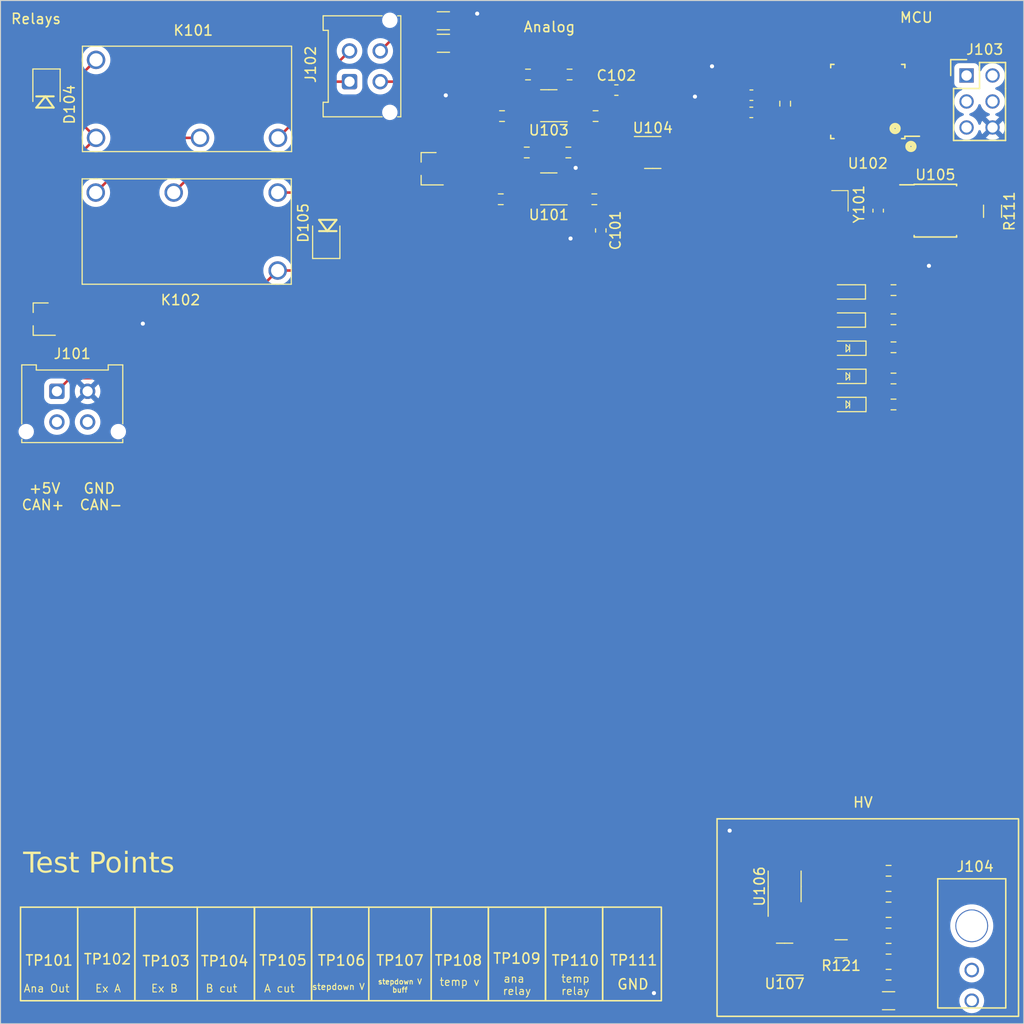
<source format=kicad_pcb>
(kicad_pcb (version 20221018) (generator pcbnew)
  (layers (0 "F.Cu" signal) (31 "B.Cu" signal) (34 "B.Paste" user) (35 "F.Paste" user) (36 "B.SilkS" user "B.Silkscreen") (37 "F.SilkS" user "F.Silkscreen") (38 "B.Mask" user) (39 "F.Mask" user) (44 "Edge.Cuts" user))
  (net 0 "")
  (net 1 "Net-(U104-+)")
  (net 2 "GND")
  (net 3 "Net-(U104--)")
  (net 4 "+5V")
  (net 5 "Net-(U102-AVCC)")
  (net 6 "Net-(D101-K)")
  (net 7 "/HV_stepdown")
  (net 8 "Net-(D102-K)")
  (net 9 "/analog_out")
  (net 10 "Net-(D103-K)")
  (net 11 "Net-(D104-A)")
  (net 12 "Net-(D105-A)")
  (net 13 "Net-(D106-K)")
  (net 14 "/shutdown_1")
  (net 15 "Net-(D107-K)")
  (net 16 "/SHUTDOWN_OUT")
  (net 17 "/CAN+")
  (net 18 "/CAN-")
  (net 19 "/SHUTDOWN_IN")
  (net 20 "/A")
  (net 21 "/B")
  (net 22 "/MISO")
  (net 23 "/SCK")
  (net 24 "/MOSI")
  (net 25 "/RESET")
  (net 26 "/v_temp")
  (net 27 "Net-(R101-Pad2)")
  (net 28 "Net-(R102-Pad1)")
  (net 29 "Net-(U101--)")
  (net 30 "Net-(R103-Pad2)")
  (net 31 "Net-(R104-Pad2)")
  (net 32 "Net-(R105-Pad1)")
  (net 33 "Net-(U103--)")
  (net 34 "Net-(R106-Pad2)")
  (net 35 "/CAN_H")
  (net 36 "/CAN_L")
  (net 37 "Net-(R112-Pad1)")
  (net 38 "/HV+")
  (net 39 "Net-(R113-Pad1)")
  (net 40 "Net-(R114-Pad1)")
  (net 41 "/HV-")
  (net 42 "Net-(R115-Pad1)")
  (net 43 "Net-(U107-+)")
  (net 44 "Net-(SW101-B)")
  (net 45 "unconnected-(U102-(PCINT9{slash}PSCIN1{slash}OC1B{slash}~{SS_A})PC1-Pad3)")
  (net 46 "/TXCAN")
  (net 47 "/RXCAN")
  (net 50 "Net-(U102-(PCINT25{slash}OC0B{slash}XTAL1)PE1)")
  (net 51 "Net-(U102-(PCINT26{slash}ADC0{slash}XTAL2)PE2)")
  (net 68 "Net-(SW102-B)")
  (net 70 "Net-(TC101--)")
  (net 72 "Net-(TC101-+)")
  (footprint "OEM:R_0603" (layer "F.Cu") (at 180.313 83.46)
    (fp_text reference "R117" hide)
    (fp_text value "R_1K" hide)
    (pad "1" smd roundrect (at -0.825 0) (size 0.8 0.95) (layers "F.Cu" "F.Paste" "F.Mask") (net 8 "Net-(D102-K)"))
    (pad "2" smd roundrect (at 0.825 0) (size 0.8 0.95) (layers "F.Cu" "F.Paste" "F.Mask") (net 2 "GND"))
  )
  (footprint "footprints:Relay_SPST_OMRON-G5Q-1A4_OEM" (layer "F.Cu") (at 102.377 59.944)
    (fp_text reference "K101" (at 9.5 -10.5 180) (layer "F.SilkS"))
    (fp_text value "G5Q-1A4-DC5" hide)
    (pad "1" thru_hole circle (at 0 0 180) (size 1.8 1.8) (drill 1.3) (layers "*.Cu" "*.Mask") (net 11 "Net-(D104-A)"))
    (pad "2" thru_hole circle (at 10.16 0 180) (size 1.8 1.8) (drill 1.3) (layers "*.Cu" "*.Mask") (net 14 "/shutdown_1"))
    (pad "3" thru_hole circle (at 17.78 0 180) (size 1.8 1.8) (drill 1.3) (layers "*.Cu" "*.Mask") (net 19 "/SHUTDOWN_IN"))
    (pad "5" thru_hole circle (at 0 -7.62 180) (size 1.8 1.8) (drill 1.3) (layers "*.Cu" "*.Mask") (net 4 "+5V"))
  )
  (footprint "footprints:C_0603_1608Metric" (layer "F.Cu") (at 153.229 55.276)
    (fp_text reference "C102" (at 0 -1.43) (layer "F.SilkS"))
    (fp_text value "C_4.7uF")
    (pad "1" smd roundrect (at -0.7875 0) (size 0.875 0.95) (layers "F.Cu" "F.Paste" "F.Mask") (net 3 "Net-(U104--)"))
    (pad "2" smd roundrect (at 0.7875 0) (size 0.875 0.95) (layers "F.Cu" "F.Paste" "F.Mask") (net 2 "GND"))
  )
  (footprint "footprints:SOIC-8_3.9x4.9mm_Pitch1.27mm_OEM" (layer "F.Cu") (at 184.404 67.056)
    (fp_text reference "U105" (at 0 -3.5) (layer "F.SilkS"))
    (fp_text value "MCP2561-E_SN" hide)
    (pad "1" smd rect (at -2.7 -1.905) (size 1.55 0.6) (layers "F.Cu" "F.Paste" "F.Mask") (net 46 "/TXCAN"))
    (pad "2" smd rect (at -2.7 -0.635) (size 1.55 0.6) (layers "F.Cu" "F.Paste" "F.Mask") (net 2 "GND"))
    (pad "3" smd rect (at -2.7 0.635) (size 1.55 0.6) (layers "F.Cu" "F.Paste" "F.Mask") (net 4 "+5V"))
    (pad "4" smd rect (at -2.7 1.905) (size 1.55 0.6) (layers "F.Cu" "F.Paste" "F.Mask") (net 47 "/RXCAN"))
    (pad "5" smd rect (at 2.7 1.905) (size 1.55 0.6) (layers "F.Cu" "F.Paste" "F.Mask"))
    (pad "6" smd rect (at 2.7 0.635) (size 1.55 0.6) (layers "F.Cu" "F.Paste" "F.Mask") (net 36 "/CAN_L"))
    (pad "7" smd rect (at 2.7 -0.635) (size 1.55 0.6) (layers "F.Cu" "F.Paste" "F.Mask") (net 35 "/CAN_H"))
    (pad "8" smd rect (at 2.7 -1.905) (size 1.55 0.6) (layers "F.Cu" "F.Paste" "F.Mask") (net 2 "GND"))
  )
  (footprint "footprints:TQFP-32_7x7mm_Pitch0.8mm" (layer "F.Cu") (at 177.8 56.388 180)
    (fp_text reference "U102" (at 0 -6.05) (layer "F.SilkS"))
    (fp_text value "ATMEGA16M1" hide)
    (pad "1" smd rect (at -4.25 -2.8 180) (size 1.6 0.55) (layers "F.Cu" "F.Paste" "F.Mask") (net 22 "/MISO"))
    (pad "2" smd rect (at -4.25 -2 180) (size 1.6 0.55) (layers "F.Cu" "F.Paste" "F.Mask") (net 24 "/MOSI"))
    (pad "3" smd rect (at -4.25 -1.2 180) (size 1.6 0.55) (layers "F.Cu" "F.Paste" "F.Mask") (net 45 "unconnected-(U102-(PCINT9{slash}PSCIN1{slash}OC1B{slash}~{SS_A})PC1-Pad3)"))
    (pad "4" smd rect (at -4.25 -0.4 180) (size 1.6 0.55) (layers "F.Cu" "F.Paste" "F.Mask") (net 4 "+5V"))
    (pad "5" smd rect (at -4.25 0.4 180) (size 1.6 0.55) (layers "F.Cu" "F.Paste" "F.Mask") (net 2 "GND"))
    (pad "6" smd rect (at -4.25 1.2 180) (size 1.6 0.55) (layers "F.Cu" "F.Paste" "F.Mask") (net 46 "/TXCAN"))
    (pad "7" smd rect (at -4.25 2 180) (size 1.6 0.55) (layers "F.Cu" "F.Paste" "F.Mask") (net 47 "/RXCAN"))
    (pad "8" smd rect (at -4.25 2.8 180) (size 1.6 0.55) (layers "F.Cu" "F.Paste" "F.Mask"))
    (pad "9" smd rect (at -2.8 4.25 270) (size 1.6 0.55) (layers "F.Cu" "F.Paste" "F.Mask"))
    (pad "10" smd rect (at -2 4.25 270) (size 1.6 0.55) (layers "F.Cu" "F.Paste" "F.Mask") (net 50 "Net-(U102-(PCINT25{slash}OC0B{slash}XTAL1)PE1)"))
    (pad "11" smd rect (at -1.2 4.25 270) (size 1.6 0.55) (layers "F.Cu" "F.Paste" "F.Mask") (net 51 "Net-(U102-(PCINT26{slash}ADC0{slash}XTAL2)PE2)"))
    (pad "12" smd rect (at -0.4 4.25 270) (size 1.6 0.55) (layers "F.Cu" "F.Paste" "F.Mask") (net 23 "/SCK"))
    (pad "13" smd rect (at 0.4 4.25 270) (size 1.6 0.55) (layers "F.Cu" "F.Paste" "F.Mask"))
    (pad "14" smd rect (at 1.2 4.25 270) (size 1.6 0.55) (layers "F.Cu" "F.Paste" "F.Mask"))
    (pad "15" smd rect (at 2 4.25 270) (size 1.6 0.55) (layers "F.Cu" "F.Paste" "F.Mask"))
    (pad "16" smd rect (at 2.8 4.25 270) (size 1.6 0.55) (layers "F.Cu" "F.Paste" "F.Mask"))
    (pad "17" smd rect (at 4.25 2.8 180) (size 1.6 0.55) (layers "F.Cu" "F.Paste" "F.Mask") (net 7 "/HV_stepdown"))
    (pad "18" smd rect (at 4.25 2 180) (size 1.6 0.55) (layers "F.Cu" "F.Paste" "F.Mask") (net 26 "/v_temp"))
    (pad "19" smd rect (at 4.25 1.2 180) (size 1.6 0.55) (layers "F.Cu" "F.Paste" "F.Mask") (net 5 "Net-(U102-AVCC)"))
    (pad "20" smd rect (at 4.25 0.4 180) (size 1.6 0.55) (layers "F.Cu" "F.Paste" "F.Mask") (net 2 "GND"))
    (pad "21" smd rect (at 4.25 -0.4 180) (size 1.6 0.55) (layers "F.Cu" "F.Paste" "F.Mask"))
    (pad "22" smd rect (at 4.25 -1.2 180) (size 1.6 0.55) (layers "F.Cu" "F.Paste" "F.Mask"))
    (pad "23" smd rect (at 4.25 -2 180) (size 1.6 0.55) (layers "F.Cu" "F.Paste" "F.Mask"))
    (pad "24" smd rect (at 4.25 -2.8 180) (size 1.6 0.55) (layers "F.Cu" "F.Paste" "F.Mask"))
    (pad "25" smd rect (at 2.8 -4.25 270) (size 1.6 0.55) (layers "F.Cu" "F.Paste" "F.Mask"))
    (pad "26" smd rect (at 2 -4.25 270) (size 1.6 0.55) (layers "F.Cu" "F.Paste" "F.Mask"))
    (pad "27" smd rect (at 1.2 -4.25 270) (size 1.6 0.55) (layers "F.Cu" "F.Paste" "F.Mask"))
    (pad "28" smd rect (at 0.4 -4.25 270) (size 1.6 0.55) (layers "F.Cu" "F.Paste" "F.Mask"))
    (pad "29" smd rect (at -0.4 -4.25 270) (size 1.6 0.55) (layers "F.Cu" "F.Paste" "F.Mask"))
    (pad "30" smd rect (at -1.2 -4.25 270) (size 1.6 0.55) (layers "F.Cu" "F.Paste" "F.Mask"))
    (pad "31" smd rect (at -2 -4.25 270) (size 1.6 0.55) (layers "F.Cu" "F.Paste" "F.Mask"))
    (pad "32" smd rect (at -2.8 -4.25 270) (size 1.6 0.55) (layers "F.Cu" "F.Paste" "F.Mask"))
  )
  (footprint "footprints:LED_0805_OEM" (layer "F.Cu") (at 175.825 86 180)
    (fp_text reference "D101" hide)
    (fp_text value "LED_0805" hide)
    (pad "1" smd rect (at -1.1 0) (size 1.2 1.2) (layers "F.Cu" "F.Paste" "F.Mask") (net 6 "Net-(D101-K)"))
    (pad "2" smd rect (at 1.1 0) (size 1.2 1.2) (layers "F.Cu" "F.Paste" "F.Mask") (net 4 "+5V"))
  )
  (footprint "OEM:C_0603" (layer "F.Cu") (at 178.816 67.056 90)
    (fp_text reference "C107" hide)
    (fp_text value "C_0.1uF" hide)
    (pad "1" smd roundrect (at -0.775 0 90) (size 0.9 0.95) (layers "F.Cu" "F.Paste" "F.Mask") (net 4 "+5V"))
    (pad "2" smd roundrect (at 0.775 0 90) (size 0.9 0.95) (layers "F.Cu" "F.Paste" "F.Mask") (net 2 "GND"))
  )
  (footprint "footprints:MicroFit_VT_4" (layer "F.Cu") (at 127.15 54.45 90)
    (fp_text reference "J102" (at 1.685 -3.8 90) (layer "F.SilkS"))
    (fp_text value "MicroFit_VT_4" hide)
    (pad "" np_thru_hole circle (at -3 3.94 90) (size 1 1) (drill 1) (layers "*.Cu" "*.Mask"))
    (pad "" np_thru_hole circle (at 6 3.94 90) (size 1 1) (drill 1) (layers "*.Cu" "*.Mask"))
    (pad "1" thru_hole roundrect (at 0 0 90) (size 1.5 1.5) (drill 1) (layers "*.Cu" "*.Mask") (roundrect_rratio 0.166667) (net 19 "/SHUTDOWN_IN"))
    (pad "2" thru_hole circle (at 3 0 90) (size 1.5 1.5) (drill 1) (layers "*.Cu" "*.Mask") (net 16 "/SHUTDOWN_OUT"))
    (pad "3" thru_hole circle (at 0 3 90) (size 1.5 1.5) (drill 1) (layers "*.Cu" "*.Mask") (net 20 "/A"))
    (pad "4" thru_hole circle (at 3 3 90) (size 1.5 1.5) (drill 1) (layers "*.Cu" "*.Mask") (net 21 "/B"))
  )
  (footprint "footprints:R_0805_OEM" (layer "F.Cu") (at 189.992 67.117 -90)
    (fp_text reference "R111" (at 0 -1.65 90) (layer "F.SilkS"))
    (fp_text value "R_120_DNP" hide)
    (pad "1" smd rect (at -0.95 0 270) (size 0.7 1.3) (layers "F.Cu" "F.Paste" "F.Mask") (net 35 "/CAN_H"))
    (pad "2" smd rect (at 0.95 0 270) (size 0.7 1.3) (layers "F.Cu" "F.Paste" "F.Mask") (net 36 "/CAN_L"))
  )
  (footprint "OEM:R_0603" (layer "F.Cu") (at 144.4715 61.372 180)
    (fp_text reference "R102" hide)
    (fp_text value "R_1K" hide)
    (pad "1" smd roundrect (at -0.825 0 180) (size 0.8 0.95) (layers "F.Cu" "F.Paste" "F.Mask") (net 28 "Net-(R102-Pad1)"))
    (pad "2" smd roundrect (at 0.825 0 180) (size 0.8 0.95) (layers "F.Cu" "F.Paste" "F.Mask") (net 29 "Net-(U101--)"))
  )
  (footprint "OEM:R_0603" (layer "F.Cu") (at 144.593 53.752 180)
    (fp_text reference "R105" hide)
    (fp_text value "R_1K" hide)
    (pad "1" smd roundrect (at -0.825 0 180) (size 0.8 0.95) (layers "F.Cu" "F.Paste" "F.Mask") (net 32 "Net-(R105-Pad1)"))
    (pad "2" smd roundrect (at 0.825 0 180) (size 0.8 0.95) (layers "F.Cu" "F.Paste" "F.Mask") (net 33 "Net-(U103--)"))
  )
  (footprint "OEM:SOT-23F" (layer "F.Cu") (at 134.907 62.962 180)
    (fp_text reference "Q102" hide)
    (fp_text value "SSM3K333R" hide)
    (pad "1" smd roundrect (at -1.05 -0.95 180) (size 0.9 0.8) (layers "F.Cu" "F.Paste" "F.Mask") (roundrect_rratio 0.125) (net 26 "/v_temp"))
    (pad "2" smd roundrect (at -1.05 0.95 180) (size 0.9 0.8) (layers "F.Cu" "F.Paste" "F.Mask") (roundrect_rratio 0.125) (net 2 "GND"))
    (pad "3" smd roundrect (at 1.05 0 180) (size 0.9 0.8) (layers "F.Cu" "F.Paste" "F.Mask") (roundrect_rratio 0.125) (net 12 "Net-(D105-A)"))
  )
  (footprint "footprints:MicroFit_RA_V_2" (layer "F.Cu") (at 187.96 136.952)
    (fp_text reference "J104" (at 0.3302 -5.7912) (layer "F.SilkS"))
    (fp_text value "MicroFit_RA_V_2")
    (pad "" thru_hole circle (at 0 0) (size 3.2 3.2) (drill 3) (layers "*.Cu" "*.Mask"))
    (pad "1" thru_hole circle (at 0 4.32) (size 1.42 1.42) (drill 1.02) (layers "*.Cu" "*.Mask") (net 38 "/HV+"))
    (pad "2" thru_hole circle (at 0 7.32) (size 1.42 1.42) (drill 1.02) (layers "*.Cu" "*.Mask") (net 41 "/HV-"))
  )
  (footprint "OEM:R_0603" (layer "F.Cu") (at 180.313 80.412)
    (fp_text reference "R118" hide)
    (fp_text value "R_1K" hide)
    (pad "1" smd roundrect (at -0.825 0) (size 0.8 0.95) (layers "F.Cu" "F.Paste" "F.Mask") (net 10 "Net-(D103-K)"))
    (pad "2" smd roundrect (at 0.825 0) (size 0.8 0.95) (layers "F.Cu" "F.Paste" "F.Mask") (net 2 "GND"))
  )
  (footprint "Package_TO_SOT_SMD:SOT-23-5" (layer "F.Cu") (at 156.785 61.372)
    (fp_text reference "U104" (at 0 -2.4) (layer "F.SilkS"))
    (fp_text value "LM397")
    (pad "1" smd roundrect (at -1.1375 -0.95) (size 1.325 0.6) (layers "F.Cu" "F.Paste" "F.Mask") (net 3 "Net-(U104--)"))
    (pad "2" smd roundrect (at -1.1375 0) (size 1.325 0.6) (layers "F.Cu" "F.Paste" "F.Mask") (net 2 "GND"))
    (pad "3" smd roundrect (at -1.1375 0.95) (size 1.325 0.6) (layers "F.Cu" "F.Paste" "F.Mask") (net 1 "Net-(U104-+)"))
    (pad "4" smd roundrect (at 1.1375 0.95) (size 1.325 0.6) (layers "F.Cu" "F.Paste" "F.Mask") (net 9 "/analog_out"))
    (pad "5" smd roundrect (at 1.1375 -0.95) (size 1.325 0.6) (layers "F.Cu" "F.Paste" "F.Mask") (net 4 "+5V"))
  )
  (footprint "Package_SO:MSOP-8_3x3mm_P0.65mm" (layer "F.Cu") (at 169.672 133.096 90)
    (fp_text reference "U106" (at 0 -2.45 90) (layer "F.SilkS"))
    (fp_text value "AD8494")
    (pad "1" smd roundrect (at -2.1125 -0.975 90) (size 1.625 0.4) (layers "F.Cu" "F.Paste" "F.Mask") (net 70 "Net-(TC101--)"))
    (pad "2" smd roundrect (at -2.1125 -0.325 90) (size 1.625 0.4) (layers "F.Cu" "F.Paste" "F.Mask") (net 2 "GND"))
    (pad "3" smd roundrect (at -2.1125 0.325 90) (size 1.625 0.4) (layers "F.Cu" "F.Paste" "F.Mask") (net 2 "GND"))
    (pad "4" smd roundrect (at -2.1125 0.975 90) (size 1.625 0.4) (layers "F.Cu" "F.Paste" "F.Mask"))
    (pad "5" smd roundrect (at 2.1125 0.975 90) (size 1.625 0.4) (layers "F.Cu" "F.Paste" "F.Mask") (net 26 "/v_temp"))
    (pad "6" smd roundrect (at 2.1125 0.325 90) (size 1.625 0.4) (layers "F.Cu" "F.Paste" "F.Mask") (net 26 "/v_temp"))
    (pad "7" smd roundrect (at 2.1125 -0.325 90) (size 1.625 0.4) (layers "F.Cu" "F.Paste" "F.Mask") (net 4 "+5V"))
    (pad "8" smd roundrect (at 2.1125 -0.975 90) (size 1.625 0.4) (layers "F.Cu" "F.Paste" "F.Mask") (net 72 "Net-(TC101-+)"))
  )
  (footprint "footprints:DO-214AA" (layer "F.Cu") (at 97.536 56.388 -90)
    (fp_text reference "D104" (at 0.3 -2.25 90) (layer "F.SilkS"))
    (fp_text value "SMBJ5355B-TP" hide)
    (pad "1" smd rect (at -2.032 0 90) (size 1.778 2.159) (layers "F.Cu" "F.Paste" "F.Mask") (net 4 "+5V"))
    (pad "2" smd rect (at 2.032 0 90) (size 1.778 2.159) (layers "F.Cu" "F.Paste" "F.Mask") (net 11 "Net-(D104-A)"))
  )
  (footprint "footprints:Test_Point_SMD" (layer "F.Cu") (at 114.935 137.86)
    (fp_text reference "TP104" (at 0 2.54) (layer "F.SilkS"))
    (fp_text value "TP_SMD")
    (pad "1" smd rect (at 0 0) (size 4.5 3) (layers "F.Cu" "F.Paste" "F.Mask") (net 3 "Net-(U104--)"))
  )
  (footprint "footprints:Test_Point_SMD" (layer "F.Cu") (at 103.505 137.67)
    (fp_text reference "TP102" (at 0 2.54) (layer "F.SilkS"))
    (fp_text value "TP_SMD")
    (pad "1" smd rect (at 0 0) (size 4.5 3) (layers "F.Cu" "F.Paste" "F.Mask") (net 20 "/A"))
  )
  (footprint "OEM:R_0603" (layer "F.Cu") (at 148.5355 61.372)
    (fp_text reference "R103" hide)
    (fp_text value "R_1K" hide)
    (pad "1" smd roundrect (at -0.825 0) (size 0.8 0.95) (layers "F.Cu" "F.Paste" "F.Mask") (net 28 "Net-(R102-Pad1)"))
    (pad "2" smd roundrect (at 0.825 0) (size 0.8 0.95) (layers "F.Cu" "F.Paste" "F.Mask") (net 30 "Net-(R103-Pad2)"))
  )
  (footprint "footprints:Test_Point_SMD" (layer "F.Cu") (at 132.08 137.795)
    (fp_text reference "TP107" (at 0 2.54) (layer "F.SilkS"))
    (fp_text value "TP_SMD")
    (pad "1" smd rect (at 0 0) (size 4.5 3) (layers "F.Cu" "F.Paste" "F.Mask") (net 7 "/HV_stepdown"))
  )
  (footprint "footprints:LED_0805_OEM" (layer "F.Cu") (at 175.825 80.5 180)
    (fp_text reference "D103" hide)
    (fp_text value "LED_0805" hide)
    (pad "1" smd rect (at -1.1 0) (size 1.2 1.2) (layers "F.Cu" "F.Paste" "F.Mask") (net 10 "Net-(D103-K)"))
    (pad "2" smd rect (at 1.1 0) (size 1.2 1.2) (layers "F.Cu" "F.Paste" "F.Mask") (net 9 "/analog_out"))
  )
  (footprint "footprints:Test_Point_SMD" (layer "F.Cu") (at 149.225 137.795)
    (fp_text reference "TP110" (at 0 2.54) (layer "F.SilkS"))
    (fp_text value "BSPD")
    (pad "1" smd rect (at 0 0) (size 4.5 3) (layers "F.Cu" "F.Paste" "F.Mask") (net 26 "/v_temp"))
  )
  (footprint "OEM:R_0603" (layer "F.Cu") (at 141.9315 65.944 180)
    (fp_text reference "R101" hide)
    (fp_text value "R_1K" hide)
    (pad "1" smd roundrect (at -0.825 0 180) (size 0.8 0.95) (layers "F.Cu" "F.Paste" "F.Mask") (net 4 "+5V"))
    (pad "2" smd roundrect (at 0.825 0 180) (size 0.8 0.95) (layers "F.Cu" "F.Paste" "F.Mask") (net 27 "Net-(R101-Pad2)"))
  )
  (footprint "OEM:R_0603" (layer "F.Cu") (at 180.313 77.676)
    (fp_text reference "R123" hide)
    (fp_text value "R_1K" hide)
    (pad "1" smd roundrect (at -0.825 0) (size 0.8 0.95) (layers "F.Cu" "F.Paste" "F.Mask") (net 13 "Net-(D106-K)"))
    (pad "2" smd roundrect (at 0.825 0) (size 0.8 0.95) (layers "F.Cu" "F.Paste" "F.Mask") (net 2 "GND"))
  )
  (footprint "footprints:C_0603_1608Metric" (layer "F.Cu") (at 151.705 68.992 -90)
    (fp_text reference "C101" (at 0 -1.43 90) (layer "F.SilkS"))
    (fp_text value "C_4.7uF")
    (pad "1" smd roundrect (at -0.7875 0 270) (size 0.875 0.95) (layers "F.Cu" "F.Paste" "F.Mask") (net 1 "Net-(U104-+)"))
    (pad "2" smd roundrect (at 0.7875 0 270) (size 0.875 0.95) (layers "F.Cu" "F.Paste" "F.Mask") (net 2 "GND"))
  )
  (footprint "footprints:Pin_Header_Straight_2x03" (layer "F.Cu") (at 187.452 53.848)
    (fp_text reference "J103" (at 1.778 -2.54) (layer "F.SilkS"))
    (fp_text value "CONN_02X03" hide)
    (pad "1" thru_hole rect (at 0 0) (size 1.4 1.4) (drill 1.016) (layers "*.Cu" "*.Mask") (net 22 "/MISO"))
    (pad "2" thru_hole circle (at 2.54 0) (size 1.4 1.4) (drill 1.016) (layers "*.Cu" "*.Mask") (net 4 "+5V"))
    (pad "3" thru_hole circle (at 0 2.54) (size 1.4 1.4) (drill 1.016) (layers "*.Cu" "*.Mask") (net 23 "/SCK"))
    (pad "4" thru_hole circle (at 2.54 2.54) (size 1.4 1.4) (drill 1.016) (layers "*.Cu" "*.Mask") (net 24 "/MOSI"))
    (pad "5" thru_hole circle (at 0 5.08) (size 1.4 1.4) (drill 1.016) (layers "*.Cu" "*.Mask") (net 25 "/RESET"))
    (pad "6" thru_hole circle (at 2.54 5.08) (size 1.4 1.4) (drill 1.016) (layers "*.Cu" "*.Mask") (net 2 "GND"))
  )
  (footprint "OEM:SOT-23-5" (layer "F.Cu") (at 169.672 140.208 180)
    (fp_text reference "U107" (at 0 -2.4) (layer "F.SilkS"))
    (fp_text value "OpAmp" hide)
    (pad "1" smd roundrect (at -1.1375 -0.95 180) (size 1.325 0.6) (layers "F.Cu" "F.Paste" "F.Mask") (net 7 "/HV_stepdown"))
    (pad "2" smd roundrect (at -1.1375 0 180) (size 1.325 0.6) (layers "F.Cu" "F.Paste" "F.Mask") (net 2 "GND"))
    (pad "3" smd roundrect (at -1.1375 0.95 180) (size 1.325 0.6) (layers "F.Cu" "F.Paste" "F.Mask") (net 43 "Net-(U107-+)"))
    (pad "4" smd roundrect (at 1.1375 0.95 180) (size 1.325 0.6) (layers "F.Cu" "F.Paste" "F.Mask") (net 7 "/HV_stepdown"))
    (pad "5" smd roundrect (at 1.1375 -0.95 180) (size 1.325 0.6) (layers "F.Cu" "F.Paste" "F.Mask") (net 4 "+5V"))
  )
  (footprint "OEM:C_0603" (layer "F.Cu") (at 166.425 55.775 180)
    (fp_text reference "C104" hide)
    (fp_text value "C_100pF" hide)
    (pad "1" smd roundrect (at -0.775 0 180) (size 0.9 0.95) (layers "F.Cu" "F.Paste" "F.Mask") (net 5 "Net-(U102-AVCC)"))
    (pad "2" smd roundrect (at 0.775 0 180) (size 0.9 0.95) (layers "F.Cu" "F.Paste" "F.Mask") (net 2 "GND"))
  )
  (footprint "OEM:SOT-23-5" (layer "F.Cu") (at 146.625 64.928 180)
    (fp_text reference "U101" (at 0 -2.54) (layer "F.SilkS"))
    (fp_text value "OpAmp" hide)
    (pad "1" smd roundrect (at -1.1375 -0.95 180) (size 1.325 0.6) (layers "F.Cu" "F.Paste" "F.Mask") (net 30 "Net-(R103-Pad2)"))
    (pad "2" smd roundrect (at -1.1375 0 180) (size 1.325 0.6) (layers "F.Cu" "F.Paste" "F.Mask") (net 2 "GND"))
    (pad "3" smd roundrect (at -1.1375 0.95 180) (size 1.325 0.6) (layers "F.Cu" "F.Paste" "F.Mask") (net 44 "Net-(SW101-B)"))
    (pad "4" smd roundrect (at 1.1375 0.95 180) (size 1.325 0.6) (layers "F.Cu" "F.Paste" "F.Mask") (net 29 "Net-(U101--)"))
    (pad "5" smd roundrect (at 1.1375 -0.95 180) (size 1.325 0.6) (layers "F.Cu" "F.Paste" "F.Mask") (net 4 "+5V"))
  )
  (footprint "footprints:Crystal_SMD_FA238" (layer "F.Cu") (at 174.275 67.1 -90)
    (fp_text reference "Y101" (at -0.67564 -2.66192 -270) (layer "F.SilkS"))
    (fp_text value "Crystal_16MHz_18pF" hide)
    (pad "1" smd rect (at -1.1 0.8 270) (size 1.4 1.2) (layers "F.Cu" "F.Mask") (net 51 "Net-(U102-(PCINT26{slash}ADC0{slash}XTAL2)PE2)"))
    (pad "2" smd rect (at 1.1 0.8 270) (size 1.4 1.2) (layers "F.Cu" "F.Mask") (net 2 "GND"))
    (pad "3" smd rect (at 1.1 -0.8 270) (size 1.4 1.2) (layers "F.Cu" "F.Mask") (net 50 "Net-(U102-(PCINT25{slash}OC0B{slash}XTAL1)PE1)"))
    (pad "4" smd rect (at -1.1 -0.8 270) (size 1.4 1.2) (layers "F.Cu" "F.Mask") (net 2 "GND"))
  )
  (footprint "footprints:R_0805_OEM" (layer "F.Cu") (at 136.318 48.5)
    (fp_text reference "R120" hide)
    (fp_text value "R_1M" hide)
    (pad "1" smd rect (at -0.95 0) (size 0.7 1.3) (layers "F.Cu" "F.Paste" "F.Mask") (net 21 "/B"))
    (pad "2" smd rect (at 0.95 0) (size 0.7 1.3) (layers "F.Cu" "F.Paste" "F.Mask") (net 2 "GND"))
  )
  (footprint "OEM:CHIPLED_0805" (layer "F.Cu") (at 175.825 75 180)
    (fp_text reference "D107" hide)
    (fp_text value "LED_BLUE" hide)
    (pad "1" smd rect (at -1.05 0) (size 1.2 1.2) (layers "F.Cu" "F.Paste" "F.Mask") (net 15 "Net-(D107-K)"))
    (pad "2" smd rect (at 1.05 0) (size 1.2 1.2) (layers "F.Cu" "F.Paste" "F.Mask") (net 16 "/SHUTDOWN_OUT"))
  )
  (footprint "OEM:R_0603" (layer "F.Cu") (at 142.053 57.816 180)
    (fp_text reference "R104" hide)
    (fp_text value "R_1K" hide)
    (pad "1" smd roundrect (at -0.825 0 180) (size 0.8 0.95) (layers "F.Cu" "F.Paste" "F.Mask") (net 4 "+5V"))
    (pad "2" smd roundrect (at 0.825 0 180) (size 0.8 0.95) (layers "F.Cu" "F.Paste" "F.Mask") (net 31 "Net-(R104-Pad2)"))
  )
  (footprint "footprints:Test_Point_SMD" (layer "F.Cu") (at 120.65 137.795)
    (fp_text reference "TP105" (at 0 2.54) (layer "F.SilkS"))
    (fp_text value "TP_SMD")
    (pad "1" smd rect (at 0 0) (size 4.5 3) (layers "F.Cu" "F.Paste" "F.Mask") (net 1 "Net-(U104-+)"))
  )
  (footprint "footprints:R_0805_OEM" (layer "F.Cu") (at 136.325 50.7)
    (fp_text reference "R119" hide)
    (fp_text value "R_1M" hide)
    (pad "1" smd rect (at -0.95 0) (size 0.7 1.3) (layers "F.Cu" "F.Paste" "F.Mask") (net 20 "/A"))
    (pad "2" smd rect (at 0.95 0) (size 0.7 1.3) (layers "F.Cu" "F.Paste" "F.Mask") (net 2 "GND"))
  )
  (footprint "OEM:R_0603" (layer "F.Cu") (at 151.197 57.816 180)
    (fp_text reference "R108" hide)
    (fp_text value "R_1K" hide)
    (pad "1" smd roundrect (at -0.825 0 180) (size 0.8 0.95) (layers "F.Cu" "F.Paste" "F.Mask") (net 3 "Net-(U104--)"))
    (pad "2" smd roundrect (at 0.825 0 180) (size 0.8 0.95) (layers "F.Cu" "F.Paste" "F.Mask") (net 34 "Net-(R106-Pad2)"))
  )
  (footprint "footprints:Test_Point_SMD" (layer "F.Cu") (at 154.925 137.775)
    (fp_text reference "TP111" (at 0 2.54) (layer "F.SilkS"))
    (fp_text value "TP_SMD")
    (pad "1" smd rect (at 0 0) (size 4.5 3) (layers "F.Cu" "F.Paste" "F.Mask") (net 2 "GND"))
  )
  (footprint "OEM:R_0603" (layer "F.Cu") (at 180.313 74.824)
    (fp_text reference "R124" hide)
    (fp_text value "R_1K" hide)
    (pad "1" smd roundrect (at -0.825 0) (size 0.8 0.95) (layers "F.Cu" "F.Paste" "F.Mask") (net 15 "Net-(D107-K)"))
    (pad "2" smd roundrect (at 0.825 0) (size 0.8 0.95) (layers "F.Cu" "F.Paste" "F.Mask") (net 2 "GND"))
  )
  (footprint "OEM:R_0603" (layer "F.Cu") (at 179.832 131.572)
    (fp_text reference "R112" hide)
    (fp_text value "R_270K" hide)
    (pad "1" smd roundrect (at -0.825 0) (size 0.8 0.95) (layers "F.Cu" "F.Paste" "F.Mask") (net 37 "Net-(R112-Pad1)"))
    (pad "2" smd roundrect (at 0.825 0) (size 0.8 0.95) (layers "F.Cu" "F.Paste" "F.Mask") (net 38 "/HV+"))
  )
  (footprint "footprints:LED_0805_OEM" (layer "F.Cu") (at 175.825 83.25 180)
    (fp_text reference "D102" hide)
    (fp_text value "LED_0805" hide)
    (pad "1" smd rect (at -1.1 0) (size 1.2 1.2) (layers "F.Cu" "F.Paste" "F.Mask") (net 8 "Net-(D102-K)"))
    (pad "2" smd rect (at 1.1 0) (size 1.2 1.2) (layers "F.Cu" "F.Paste" "F.Mask") (net 7 "/HV_stepdown"))
  )
  (footprint "OEM:C_0603" (layer "F.Cu") (at 166.415 57.453 180)
    (fp_text reference "C103" hide)
    (fp_text value "C_0.1uF" hide)
    (pad "1" smd roundrect (at -0.775 0 180) (size 0.9 0.95) (layers "F.Cu" "F.Paste" "F.Mask") (net 4 "+5V"))
    (pad "2" smd roundrect (at 0.775 0 180) (size 0.9 0.95) (layers "F.Cu" "F.Paste" "F.Mask") (net 2 "GND"))
  )
  (footprint "footprints:Test_Point_SMD" (layer "F.Cu") (at 97.79 137.795)
    (fp_text reference "TP101" (at 0 2.54) (layer "F.SilkS"))
    (fp_text value "TP_SMD")
    (pad "1" smd rect (at 0 0) (size 4.5 3) (layers "F.Cu" "F.Paste" "F.Mask") (net 9 "/analog_out"))
  )
  (footprint "OEM:CHIPLED_0805" (layer "F.Cu") (at 175.825 77.75 180)
    (fp_text reference "D106" hide)
    (fp_text value "LED_BLUE" hide)
    (pad "1" smd rect (at -1.05 0) (size 1.2 1.2) (layers "F.Cu" "F.Paste" "F.Mask") (net 13 "Net-(D106-K)"))
    (pad "2" smd rect (at 1.05 0) (size 1.2 1.2) (layers "F.Cu" "F.Paste" "F.Mask") (net 14 "/shutdown_1"))
  )
  (footprint "OEM:R_0603" (layer "F.Cu") (at 148.657 53.752)
    (fp_text reference "R106" hide)
    (fp_text value "R_1K" hide)
    (pad "1" smd roundrect (at -0.825 0) (size 0.8 0.95) (layers "F.Cu" "F.Paste" "F.Mask") (net 32 "Net-(R105-Pad1)"))
    (pad "2" smd roundrect (at 0.825 0) (size 0.8 0.95) (layers "F.Cu" "F.Paste" "F.Mask") (net 34 "Net-(R106-Pad2)"))
  )
  (footprint "footprints:Test_Point_SMD" (layer "F.Cu") (at 109.22 137.86)
    (fp_text reference "TP103" (at 0 2.54) (layer "F.SilkS"))
    (fp_text value "TP_SMD")
    (pad "1" smd rect (at 0 0) (size 4.5 3) (layers "F.Cu" "F.Paste" "F.Mask") (net 21 "/B"))
  )
  (footprint "footprints:Test_Point_SMD" (layer "F.Cu") (at 143.51 137.605)
    (fp_text reference "TP109" (at 0 2.54) (layer "F.SilkS"))
    (fp_text value "BSPD")
    (pad "1" smd rect (at 0 0) (size 4.5 3) (layers "F.Cu" "F.Paste" "F.Mask") (net 9 "/analog_out"))
  )
  (footprint "OEM:R_0603" (layer "F.Cu") (at 179.832 139.192)
    (fp_text reference "R116" hide)
    (fp_text value "R_270K" hide)
    (pad "1" smd roundrect (at -0.825 0) (size 0.8 0.95) (layers "F.Cu" "F.Paste" "F.Mask") (net 40 "Net-(R114-Pad1)"))
    (pad "2" smd roundrect (at 0.825 0) (size 0.8 0.95) (layers "F.Cu" "F.Paste" "F.Mask") (net 42 "Net-(R115-Pad1)"))
  )
  (footprint "footprints:MicroFit_VT_4" (layer "F.Cu") (at 98.552 84.712)
    (fp_text reference "J101" (at 1.5 -3.67) (layer "F.SilkS"))
    (fp_text value "MicroFit_VT_4")
    (pad "" np_thru_hole circle (at -3 3.94) (size 1 1) (drill 1) (layers "*.Cu" "*.Mask"))
    (pad "" np_thru_hole circle (at 6 3.94) (size 1 1) (drill 1) (layers "*.Cu" "*.Mask"))
    (pad "1" thru_hole roundrect (at 0 0) (size 1.5 1.5) (drill 1) (layers "*.Cu" "*.Mask") (roundrect_rratio 0.166667) (net 4 "+5V"))
    (pad "2" thru_hole circle (at 3 0) (size 1.5 1.5) (drill 1) (layers "*.Cu" "*.Mask") (net 2 "GND"))
    (pad "3" thru_hole circle (at 0 3) (size 1.5 1.5) (drill 1) (layers "*.Cu" "*.Mask") (net 17 "/CAN+"))
    (pad "4" thru_hole circle (at 3 3) (size 1.5 1.5) (drill 1) (layers "*.Cu" "*.Mask") (net 18 "/CAN-"))
  )
  (footprint "OEM:SOT-23-5" (layer "F.Cu") (at 146.625 56.8 180)
    (fp_text reference "U103" (at 0 -2.4) (layer "F.SilkS"))
    (fp_text value "OpAmp" hide)
    (pad "1" smd roundrect (at -1.1375 -0.95 180) (size 1.325 0.6) (layers "F.Cu" "F.Paste" "F.Mask") (net 34 "Net-(R106-Pad2)"))
    (pad "2" smd roundrect (at -1.1375 0 180) (size 1.325 0.6) (layers "F.Cu" "F.Paste" "F.Mask") (net 2 "GND"))
    (pad "3" smd roundrect (at -1.1375 0.95 180) (size 1.325 0.6) (layers "F.Cu" "F.Paste" "F.Mask") (net 68 "Net-(SW102-B)"))
    (pad "4" smd roundrect (at 1.1375 0.95 180) (size 1.325 0.6) (layers "F.Cu" "F.Paste" "F.Mask") (net 33 "Net-(U103--)"))
    (pad "5" smd roundrect (at 1.1375 -0.95 180) (size 1.325 0.6) (layers "F.Cu" "F.Paste" "F.Mask") (net 4 "+5V"))
  )
  (footprint "footprints:Test_Point_SMD" (layer "F.Cu") (at 137.795 137.795)
    (fp_text reference "TP108" (at 0 2.54) (layer "F.SilkS"))
    (fp_text value "TP_SMD")
    (pad "1" smd rect (at 0 0) (size 4.5 3) (layers "F.Cu" "F.Paste" "F.Mask") (net 26 "/v_temp"))
  )
  (footprint "footprints:Test_Point_SMD" (layer "F.Cu") (at 126.365 137.795)
    (fp_text reference "TP106" (at 0 2.54) (layer "F.SilkS"))
    (fp_text value "TP_SMD")
    (pad "1" smd rect (at 0 0) (size 4.5 3) (layers "F.Cu" "F.Paste" "F.Mask") (net 43 "Net-(U107-+)"))
  )
  (footprint "footprints:R_0805_OEM" (layer "F.Cu") (at 179.832 144.272)
    (fp_text reference "R122" hide)
    (fp_text value "R_1M" hide)
    (pad "1" smd rect (at -0.95 0) (size 0.7 1.3) (layers "F.Cu" "F.Paste" "F.Mask") (net 2 "GND"))
    (pad "2" smd rect (at 0.95 0) (size 0.7 1.3) (layers "F.Cu" "F.Paste" "F.Mask") (net 41 "/HV-"))
  )
  (footprint "footprints:DO-214AA" (layer "F.Cu") (at 124.875 68.557 90)
    (fp_text reference "D105" (at 0.3 -2.25 90) (layer "F.SilkS"))
    (fp_text value "SMBJ5355B-TP" hide)
    (pad "1" smd rect (at -2.032 0 270) (size 1.778 2.159) (layers "F.Cu" "F.Paste" "F.Mask") (net 4 "+5V"))
    (pad "2" smd rect (at 2.032 0 270) (size 1.778 2.159) (layers "F.Cu" "F.Paste" "F.Mask") (net 12 "Net-(D105-A)"))
  )
  (footprint "OEM:R_0603" (layer "F.Cu") (at 180.313 86)
    (fp_text reference "R109" hide)
    (fp_text value "R_1K" hide)
    (pad "1" smd roundrect (at -0.825 0) (size 0.8 0.95) (layers "F.Cu" "F.Paste" "F.Mask") (net 6 "Net-(D101-K)"))
    (pad "2" smd roundrect (at 0.825 0) (size 0.8 0.95) (layers "F.Cu" "F.Paste" "F.Mask") (net 2 "GND"))
  )
  (footprint "OEM:R_0603" (layer "F.Cu") (at 179.832 141.732)
    (fp_text reference "R114" hide)
    (fp_text value "R_10K" hide)
    (pad "1" smd roundrect (at -0.825 0) (size 0.8 0.95) (layers "F.Cu" "F.Paste" "F.Mask") (net 40 "Net-(R114-Pad1)"))
    (pad "2" smd roundrect (at 0.825 0) (size 0.8 0.95) (layers "F.Cu" "F.Paste" "F.Mask") (net 41 "/HV-"))
  )
  (footprint "footprints:R_0805_OEM" (layer "F.Cu") (at 175.194 139.192 180)
    (fp_text reference "R121" (at 0 -1.65) (layer "F.SilkS"))
    (fp_text value "R_1M" hide)
    (pad "1" smd rect (at -0.95 0 180) (size 0.7 1.3) (layers "F.Cu" "F.Paste" "F.Mask") (net 40 "Net-(R114-Pad1)"))
    (pad "2" smd rect (at 0.95 0 180) (size 0.7 1.3) (layers "F.Cu" "F.Paste" "F.Mask") (net 43 "Net-(U107-+)"))
  )
  (footprint "OEM:R_0603" (layer "F.Cu") (at 179.832 136.652 180)
    (fp_text reference "R115" hide)
    (fp_text value "R_270K" hide)
    (pad "1" smd roundrect (at -0.825 0 180) (size 0.8 0.95) (layers "F.Cu" "F.Paste" "F.Mask") (net 42 "Net-(R115-Pad1)"))
    (pad "2" smd roundrect (at 0.825 0 180) (size 0.8 0.95) (layers "F.Cu" "F.Paste" "F.Mask") (net 39 "Net-(R113-Pad1)"))
  )
  (footprint "footprints:Relay_SPST_OMRON-G5Q-1A4_OEM" (layer "F.Cu") (at 120.127 65.288 180)
    (fp_text reference "K102" (at 9.5 -10.5) (layer "F.SilkS"))
    (fp_text value "G5Q-1A4-DC5" hide)
    (pad "1" thru_hole circle (at 0 0) (size 1.8 1.8) (drill 1.3) (layers "*.Cu" "*.Mask") (net 12 "Net-(D105-A)"))
    (pad "2" thru_hole circle (at 10.16 0) (size 1.8 1.8) (drill 1.3) (layers "*.Cu" "*.Mask") (net 16 "/SHUTDOWN_OUT"))
    (pad "3" thru_hole circle (at 17.78 0) (size 1.8 1.8) (drill 1.3) (layers "*.Cu" "*.Mask") (net 14 "/shutdown_1"))
    (pad "5" thru_hole circle (at 0 -7.62) (size 1.8 1.8) (drill 1.3) (layers "*.Cu" "*.Mask") (net 4 "+5V"))
  )
  (footprint "OEM:R_0603" (layer "F.Cu") (at 169.725 56.6 90)
    (fp_text reference "R110" hide)
    (fp_text value "R_100" hide)
    (pad "1" smd roundrect (at -0.825 0 90) (size 0.8 0.95) (layers "F.Cu" "F.Paste" "F.Mask") (net 4 "+5V"))
    (pad "2" smd roundrect (at 0.825 0 90) (size 0.8 0.95) (layers "F.Cu" "F.Paste" "F.Mask") (net 5 "Net-(U102-AVCC)"))
  )
  (footprint "OEM:R_0603" (layer "F.Cu") (at 151.0755 65.944 180)
    (fp_text reference "R107" hide)
    (fp_text value "R_1K" hide)
    (pad "1" smd roundrect (at -0.825 0 180) (size 0.8 0.95) (layers "F.Cu" "F.Paste" "F.Mask") (net 1 "Net-(U104-+)"))
    (pad "2" smd roundrect (at 0.825 0 180) (size 0.8 0.95) (layers "F.Cu" "F.Paste" "F.Mask") (net 30 "Net-(R103-Pad2)"))
  )
  (footprint "OEM:R_0603" (layer "F.Cu") (at 179.832 134.112)
    (fp_text reference "R113" hide)
    (fp_text value "R_270K" hide)
    (pad "1" smd roundrect (at -0.825 0) (size 0.8 0.95) (layers "F.Cu" "F.Paste" "F.Mask") (net 39 "Net-(R113-Pad1)"))
    (pad "2" smd roundrect (at 0.825 0) (size 0.8 0.95) (layers "F.Cu" "F.Paste" "F.Mask") (net 37 "Net-(R112-Pad1)"))
  )
  (footprint "OEM:SOT-23F" (layer "F.Cu") (at 96.994 77.658 180)
    (fp_text reference "Q101" hide)
    (fp_text value "SSM3K333R" hide)
    (pad "1" smd roundrect (at -1.05 -0.95 180) (size 0.9 0.8) (layers "F.Cu" "F.Paste" "F.Mask") (roundrect_rratio 0.125) (net 9 "/analog_out"))
    (pad "2" smd roundrect (at -1.05 0.95 180) (size 0.9 0.8) (layers "F.Cu" "F.Paste" "F.Mask") (roundrect_rratio 0.125) (net 2 "GND"))
    (pad "3" smd roundrect (at 1.05 0 180) (size 0.9 0.8) (layers "F.Cu" "F.Paste" "F.Mask") (roundrect_rratio 0.125) (net 11 "Net-(D104-A)"))
  )
  (gr_rect (start 123.444 135.128) (end 129.032 144.272) (stroke (width 0.15)) (fill none) (layer "F.SilkS"))
  (gr_rect (start 129.032 135.128) (end 135.128 144.272) (stroke (width 0.15)) (fill none) (layer "F.SilkS"))
  (gr_rect (start 151.892 135.128) (end 151.892 144.272) (stroke (width 0.15)) (fill none) (layer "F.SilkS"))
  (gr_rect (start 146.304 135.128) (end 151.892 144.272) (stroke (width 0.15)) (fill none) (layer "F.SilkS"))
  (gr_rect (start 163.068 126.492) (end 192.532 145.796) (stroke (width 0.15)) (fill none) (layer "F.SilkS"))
  (gr_rect (start 94.996 135.128) (end 100.584 144.272) (stroke (width 0.15)) (fill none) (layer "F.SilkS"))
  (gr_rect (start 112.268 135.128) (end 117.856 144.272) (stroke (width 0.15)) (fill none) (layer "F.SilkS"))
  (gr_rect (start 151.892 135.125) (end 157.625 144.272) (stroke (width 0.15)) (fill none) (layer "F.SilkS"))
  (gr_rect (start 140.716 135.128) (end 146.304 144.272) (stroke (width 0.15)) (fill none) (layer "F.SilkS"))
  (gr_rect (start 117.856 135.128) (end 123.444 144.272) (stroke (width 0.15)) (fill none) (layer "F.SilkS"))
  (gr_rect (start 106.172 135.128) (end 112.268 144.272) (stroke (width 0.15)) (fill none) (layer "F.SilkS"))
  (gr_rect (start 100.584 135.128) (end 106.172 144.272) (stroke (width 0.15)) (fill none) (layer "F.SilkS"))
  (gr_rect (start 135.128 135.128) (end 140.716 144.272) (stroke (width 0.15)) (fill none) (layer "F.SilkS"))
  (gr_rect (start 93.04 46.52) (end 193.04 146.52) (stroke (width 0.1)) (fill none) (layer "Edge.Cuts"))
  (gr_text "temp\nrelay\n" (at 149.225 143.764) (layer "F.SilkS") (effects (font (size 0.75 0.75) (thickness 0.1)) (justify bottom)))
  (gr_text "HV" (at 176.276 125.476) (layer "F.SilkS") (effects (font (size 1 1)) (justify left bottom)))
  (gr_text "MCU\n" (at 180.848 48.768) (layer "F.SilkS") (effects (font (size 1 1)) (justify left bottom)))
  (gr_text "Ex A" (at 102.235 143.51) (layer "F.SilkS") (effects (font (size 0.75 0.75) (thickness 0.1) bold) (justify left bottom)))
  (gr_text "Test Points" (at 95.25 132.08) (layer "F.SilkS") (effects (font (size 2 2)) (justify left bottom)))
  (gr_text "Analog" (at 144.085 49.688) (layer "F.SilkS") (effects (font (size 1 1)) (justify left bottom)))
  (gr_text "B cut" (at 113.03 143.51) (layer "F.SilkS") (effects (font (size 0.75 0.75) (thickness 0.1)) (justify left bottom)))
  (gr_text "Ex B" (at 107.696 143.51) (layer "F.SilkS") (effects (font (size 0.75 0.75) (thickness 0.1)) (justify left bottom)))
  (gr_text "stepdown V" (at 123.444 143.256) (layer "F.SilkS") (effects (font (size 0.6 0.6) (thickness 0.1)) (justify left bottom)))
  (gr_text "A cut" (at 118.745 143.51) (layer "F.SilkS") (effects (font (size 0.75 0.75) (thickness 0.1)) (justify left bottom)))
  (gr_text "Relays" (at 93.98 48.895) (layer "F.SilkS") (effects (font (size 1 1)) (justify left bottom)))
  (gr_text "+5V   GND\nCAN+  CAN-" (at 100.025 96.4) (layer "F.SilkS") (effects (font (size 1 1)) (justify bottom)))
  (gr_text "ana \nrelay" (at 143.51 143.764) (layer "F.SilkS") (effects (font (size 0.75 0.75) (thickness 0.1)) (justify bottom)))
  (gr_text "GND" (at 153.225 143.25) (layer "F.SilkS") (effects (font (size 1 1)) (justify left bottom)))
  (gr_text "Ana Out" (at 95.25 143.51) (layer "F.SilkS") (effects (font (size 0.75 0.75) (thickness 0.1)) (justify left bottom)))
  (gr_text "temp v" (at 135.89 142.875) (layer "F.SilkS") (effects (font (size 0.75 0.75) (thickness 0.1)) (justify left bottom)))
  (gr_text "stepdown V\nbuff" (at 132.08 143.51) (layer "F.SilkS") (effects (font (size 0.5 0.5) (thickness 0.1)) (justify bottom)))
  (segment (start 151.9005 68.009) (end 151.705 68.2045) (width 0.25) (layer "F.Cu") (net 1))
  (segment (start 151.9005 65.944) (end 151.9005 68.009) (width 0.25) (layer "F.Cu") (net 1))
  (segment (start 152.0255 65.944) (end 155.6475 62.322) (width 0.25) (layer "F.Cu") (net 1))
  (segment (start 151.9005 65.944) (end 152.0255 65.944) (width 0.25) (layer "F.Cu") (net 1))
  (segment (start 162.825 52.95) (end 162.575 52.95) (width 0.25) (layer "F.Cu") (net 2))
  (segment (start 181.138 74.824) (end 181.401 74.824) (width 0.25) (layer "F.Cu") (net 2))
  (segment (start 165.65 55.775) (end 162.825 52.95) (width 0.25) (layer "F.Cu") (net 2))
  (segment (start 135.957 56.387) (end 136.557 55.787) (width 0.25) (layer "F.Cu") (net 2))
  (segment (start 148.75 69.7795) (end 151.705 69.7795) (width 0.25) (layer "F.Cu") (net 2))
  (segment (start 137.268 48.5) (end 138.927 48.5) (width 0.25) (layer "F.Cu") (net 2))
  (segment (start 147.7625 64.928) (end 149.25 64.928) (width 0.25) (layer "F.Cu") (net 2))
  (segment (start 138.927 48.5) (end 139.625 47.802) (width 0.25) (layer "F.Cu") (net 2))
  (segment (start 137.275 50.7) (end 139.625 48.35) (width 0.25) (layer "F.Cu") (net 2))
  (segment (start 181.401 74.824) (end 183.775 72.45) (width 0.25) (layer "F.Cu") (net 2))
  (segment (start 149.25 64.928) (end 149.25 62.875) (width 0.25) (layer "F.Cu") (net 2))
  (segment (start 165.64 57.453) (end 165.64 55.785) (width 0.25) (layer "F.Cu") (net 2))
  (segment (start 135.957 62.012) (end 135.957 56.387) (width 0.25) (layer "F.Cu") (net 2))
  (segment (start 139.625 48.35) (end 139.625 47.802) (width 0.25) (layer "F.Cu") (net 2))
  (segment (start 105.558 76.708) (end 98.044 76.708) (width 0.25) (layer "F.Cu") (net 2))
  (segment (start 179.938 72.45) (end 183.775 72.45) (width 0.25) (layer "F.Cu") (net 2))
  (segment (start 106.95 78.1) (end 105.558 76.708) (width 0.25) (layer "F.Cu") (net 2))
  (segment (start 165.64 55.785) (end 165.65 55.775) (width 0.25) (layer "F.Cu") (net 2))
  (via (at 162.575 52.95) (size 0.8) (drill 0.4) (layers "F.Cu" "B.Cu") (net 2))
  (via (at 160.907 55.912) (size 0.8) (drill 0.4) (layers "F.Cu" "B.Cu") (net 2))
  (via (at 183.775 72.45) (size 0.8) (drill 0.4) (layers "F.Cu" "B.Cu") (net 2))
  (via (at 164.3 127.65) (size 0.8) (drill 0.4) (layers "F.Cu" "B.Cu") (net 2))
  (via (at 149.25 62.875) (size 0.8) (drill 0.4) (layers "F.Cu" "B.Cu") (net 2))
  (via (at 156.9 143.525) (size 0.8) (drill 0.4) (layers "F.Cu" "B.Cu") (net 2))
  (via (at 136.557 55.787) (size 0.8) (drill 0.4) (layers "F.Cu" "B.Cu") (net 2))
  (via (at 148.75 69.7795) (size 0.8) (drill 0.4) (layers "F.Cu" "B.Cu") (net 2))
  (via (at 106.95 78.1) (size 0.8) (drill 0.4) (layers "F.Cu" "B.Cu") (net 2))
  (via (at 139.625 47.802) (size 0.8) (drill 0.4) (layers "F.Cu" "B.Cu") (net 2))
  (segment (start 152.4415 57.3965) (end 152.022 57.816) (width 0.25) (layer "F.Cu") (net 3))
  (segment (start 152.4415 55.276) (end 152.4415 57.3965) (width 0.25) (layer "F.Cu") (net 3))
  (segment (start 154.628 60.422) (end 155.6475 60.422) (width 0.25) (layer "F.Cu") (net 3))
  (segment (start 152.022 57.816) (end 154.628 60.422) (width 0.25) (layer "F.Cu") (net 3))
  (segment (start 169.697 57.453) (end 169.725 57.425) (width 0.25) (layer "F.Cu") (net 4))
  (segment (start 124.875 70.589) (end 138.1115 70.589) (width 0.25) (layer "F.Cu") (net 4))
  (segment (start 145.4215 65.944) (end 145.4875 65.878) (width 0.25) (layer "F.Cu") (net 4))
  (segment (start 99.835 83.429) (end 98.552 84.712) (width 0.25) (layer "F.Cu") (net 4))
  (segment (start 109.606 83.429) (end 99.835 83.429) (width 0.25) (layer "F.Cu") (net 4))
  (segment (start 122.556 72.908) (end 124.875 70.589) (width 0.25) (layer "F.Cu") (net 4))
  (segment (start 164.221 60.422) (end 167.19 57.453) (width 0.25) (layer "F.Cu") (net 4))
  (segment (start 167.19 57.453) (end 169.697 57.453) (width 0.25) (layer "F.Cu") (net 4))
  (segment (start 157.9225 60.422) (end 164.221 60.422) (width 0.25) (layer "F.Cu") (net 4))
  (segment (start 100.345 54.356) (end 102.377 52.324) (width 0.25) (layer "F.Cu") (net 4))
  (segment (start 142.7565 65.944) (end 145.4215 65.944) (width 0.25) (layer "F.Cu") (net 4))
  (segment (start 120.127 72.908) (end 109.606 83.429) (width 0.25) (layer "F.Cu") (net 4))
  (segment (start 120.127 72.908) (end 122.556 72.908) (width 0.25) (layer "F.Cu") (net 4))
  (segment (start 98.462 84.712) (end 98.552 84.712) (width 0.25) (layer "F.Cu") (net 4))
  (segment (start 145.4875 57.75) (end 142.944 57.75) (width 0.25) (layer "F.Cu") (net 4))
  (segment (start 142.944 57.75) (end 142.878 57.816) (width 0.25) (layer "F.Cu") (net 4))
  (segment (start 97.536 54.356) (end 100.345 54.356) (width 0.25) (layer "F.Cu") (net 4))
  (segment (start 138.1115 70.589) (end 142.7565 65.944) (width 0.25) (layer "F.Cu") (net 4))
  (segment (start 167.2 55.775) (end 169.725 55.775) (width 0.25) (layer "F.Cu") (net 5))
  (segment (start 95.944 66.377) (end 102.377 59.944) (width 0.25) (layer "F.Cu") (net 11))
  (segment (start 100.853 58.42) (end 102.377 59.944) (width 0.25) (layer "F.Cu") (net 11))
  (segment (start 97.536 58.42) (end 100.853 58.42) (width 0.25) (layer "F.Cu") (net 11))
  (segment (start 95.944 77.658) (end 95.944 66.377) (width 0.25) (layer "F.Cu") (net 11))
  (segment (start 124.875 66.525) (end 130.294 66.525) (width 0.25) (layer "F.Cu") (net 12))
  (segment (start 130.294 66.525) (end 133.857 62.962) (width 0.25) (layer "F.Cu") (net 12))
  (segment (start 123.638 65.288) (end 124.875 66.525) (width 0.25) (layer "F.Cu") (net 12))
  (segment (start 120.127 65.288) (end 123.638 65.288) (width 0.25) (layer "F.Cu") (net 12))
  (segment (start 107.691 59.944) (end 102.347 65.288) (width 0.25) (layer "F.Cu") (net 14))
  (segment (start 112.537 59.944) (end 107.691 59.944) (width 0.25) (layer "F.Cu") (net 14))
  (segment (start 123.2 61.95) (end 123.25 61.95) (width 0.25) (layer "F.Cu") (net 16))
  (segment (start 123.225 61.925) (end 123.2 61.95) (width 0.25) (layer "F.Cu") (net 16))
  (segment (start 127.15 51.45) (end 123.175 55.425) (width 0.25) (layer "F.Cu") (net 16))
  (segment (start 109.967 65.288) (end 113.305 61.95) (width 0.25) (layer "F.Cu") (net 16))
  (segment (start 123.225 58.075) (end 123.225 61.925) (width 0.25) (layer "F.Cu") (net 16))
  (segment (start 113.305 61.95) (end 123.2 61.95) (width 0.25) (layer "F.Cu") (net 16))
  (segment (start 127.15 54.45) (end 125.651 54.45) (width 0.25) (layer "F.Cu") (net 19))
  (segment (start 125.651 54.45) (end 120.157 59.944) (width 0.25) (layer "F.Cu") (net 19))
  (segment (start 131.625 54.45) (end 135.375 50.7) (width 0.25) (layer "F.Cu") (net 20))
  (segment (start 130.15 54.45) (end 131.625 54.45) (width 0.25) (layer "F.Cu") (net 20))
  (segment (start 133.1 48.5) (end 135.368 48.5) (width 0.25) (layer "F.Cu") (net 21))
  (segment (start 130.15 51.45) (end 133.1 48.5) (width 0.25) (layer "F.Cu") (net 21))
  (segment (start 147.7105 61.372) (end 145.2965 61.372) (width 0.25) (layer "F.Cu") (net 28))
  (segment (start 143.6465 61.372) (end 143.6465 62.137) (width 0.25) (layer "F.Cu") (net 29))
  (segment (start 143.6465 62.137) (end 145.4875 63.978) (width 0.25) (layer "F.Cu") (net 29))
  (segment (start 147.7625 65.878) (end 150.1845 65.878) (width 0.25) (layer "F.Cu") (net 30))
  (segment (start 150.1845 65.878) (end 150.2505 65.944) (width 0.25) (layer "F.Cu") (net 30))
  (segment (start 149.3605 61.372) (end 150.225 62.2365) (width 0.25) (layer "F.Cu") (net 30))
  (segment (start 150.225 62.2365) (end 150.225 65.9185) (width 0.25) (layer "F.Cu") (net 30))
  (segment (start 150.225 65.9185) (end 150.2505 65.944) (width 0.25) (layer "F.Cu") (net 30))
  (segment (start 147.832 53.752) (end 145.418 53.752) (width 0.25) (layer "F.Cu") (net 32))
  (segment (start 143.768 54.1305) (end 145.4875 55.85) (width 0.25) (layer "F.Cu") (net 33))
  (segment (start 143.768 53.752) (end 143.768 54.1305) (width 0.25) (layer "F.Cu") (net 33))
  (segment (start 150.372 57.816) (end 147.8285 57.816) (width 0.25) (layer "F.Cu") (net 34))
  (segment (start 150.372 54.642) (end 149.482 53.752) (width 0.25) (layer "F.Cu") (net 34))
  (segment (start 150.372 57.816) (end 150.372 54.642) (width 0.25) (layer "F.Cu") (net 34))
  (segment (start 147.8285 57.816) (end 147.7625 57.75) (width 0.25) (layer "F.Cu") (net 34))
  (segment (start 183.1 57.588) (end 182.05 57.588) (width 0.25) (layer "F.Cu") (net 45))
  (segment (start 183.175 57.663) (end 183.1 57.588) (width 0.25) (layer "F.Cu") (net 45))
  (segment (start 175.125 67.9) (end 175.375 67.9) (width 0.25) (layer "F.Cu") (net 50))
  (segment (start 173.475 65.65) (end 176.425 62.7) (width 0.25) (layer "F.Cu") (net 51))
  (segment (start 173.475 66) (end 173.475 65.65) (width 0.25) (layer "F.Cu") (net 51))
  (segment (start 176.425 62.7) (end 180.6 62.7) (width 0.25) (layer "F.Cu") (net 51))
  (segment (start 173.175 66.3) (end 173.525 66.3) (width 0.25) (layer "F.Cu") (net 51))
  (zone (net 2) (net_name "GND") (layer "B.Cu") (connect_pads (clearance 0.5)) (min_thickness 0.25) (fill yes (thermal_gap 0.5) (thermal_bridge_width 0.5))
    (polygon (pts (xy 93.025 46.525) (xy 193.025 46.525) (xy 193.05 146.5) (xy 93.05 146.5)))
  )
)
</source>
